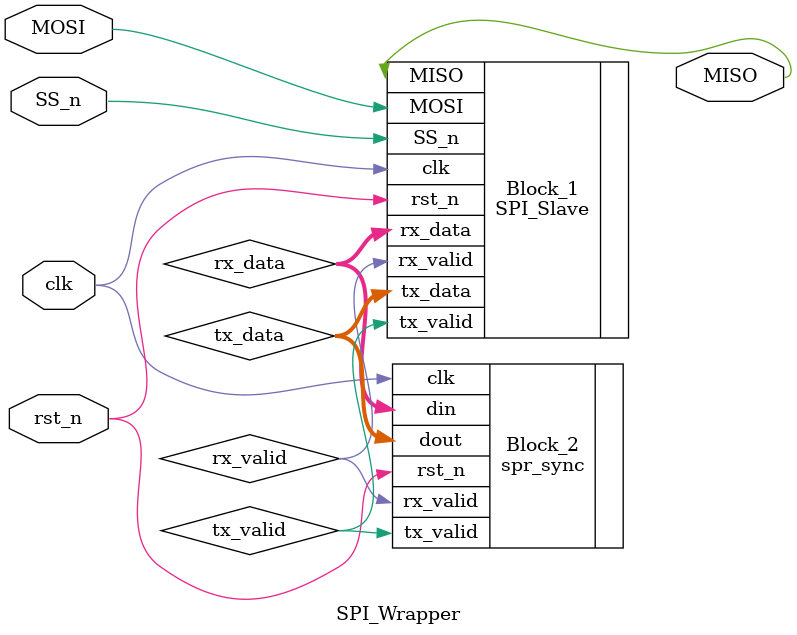
<source format=v>
module SPI_Wrapper (MOSI , MISO , SS_n , clk , rst_n);
// define all ports 
input   clk , rst_n ; 
input   MOSI , SS_n ;
output  MISO ; 
// define internal signals 
wire [9:0] rx_data ;
wire rx_valid , tx_valid ; 
wire [7:0] tx_data ; 
// instantiate the first design (SPI Slave) 
SPI_Slave Block_1 (.clk(clk) , .SS_n(SS_n) , .rst_n(rst_n) , .MISO(MISO) , .MOSI(MOSI) , .rx_data(rx_data)
, .rx_valid(rx_valid) , .tx_data(tx_data) , .tx_valid(tx_valid) ) ; 
// instantiate the secound design (RAM) 
spr_sync  Block_2 (.clk(clk) , .rst_n(rst_n) , .din(rx_data) , .rx_valid(rx_valid) , .dout(tx_data) , .tx_valid(tx_valid)) ;
    
endmodule
</source>
